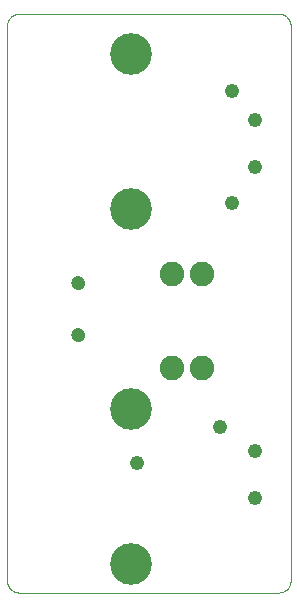
<source format=gbs>
G75*
%MOIN*%
%OFA0B0*%
%FSLAX25Y25*%
%IPPOS*%
%LPD*%
%AMOC8*
5,1,8,0,0,1.08239X$1,22.5*
%
%ADD10C,0.00000*%
%ADD11C,0.13900*%
%ADD12C,0.04737*%
%ADD13C,0.08200*%
%ADD14C,0.04762*%
D10*
X0001500Y0005437D02*
X0001500Y0190476D01*
X0001502Y0190600D01*
X0001508Y0190723D01*
X0001517Y0190847D01*
X0001531Y0190969D01*
X0001548Y0191092D01*
X0001570Y0191214D01*
X0001595Y0191335D01*
X0001624Y0191455D01*
X0001656Y0191574D01*
X0001693Y0191693D01*
X0001733Y0191810D01*
X0001776Y0191925D01*
X0001824Y0192040D01*
X0001875Y0192152D01*
X0001929Y0192263D01*
X0001987Y0192373D01*
X0002048Y0192480D01*
X0002113Y0192586D01*
X0002181Y0192689D01*
X0002252Y0192790D01*
X0002326Y0192889D01*
X0002403Y0192986D01*
X0002484Y0193080D01*
X0002567Y0193171D01*
X0002653Y0193260D01*
X0002742Y0193346D01*
X0002833Y0193429D01*
X0002927Y0193510D01*
X0003024Y0193587D01*
X0003123Y0193661D01*
X0003224Y0193732D01*
X0003327Y0193800D01*
X0003433Y0193865D01*
X0003540Y0193926D01*
X0003650Y0193984D01*
X0003761Y0194038D01*
X0003873Y0194089D01*
X0003988Y0194137D01*
X0004103Y0194180D01*
X0004220Y0194220D01*
X0004339Y0194257D01*
X0004458Y0194289D01*
X0004578Y0194318D01*
X0004699Y0194343D01*
X0004821Y0194365D01*
X0004944Y0194382D01*
X0005066Y0194396D01*
X0005190Y0194405D01*
X0005313Y0194411D01*
X0005437Y0194413D01*
X0092051Y0194413D01*
X0092175Y0194411D01*
X0092298Y0194405D01*
X0092422Y0194396D01*
X0092544Y0194382D01*
X0092667Y0194365D01*
X0092789Y0194343D01*
X0092910Y0194318D01*
X0093030Y0194289D01*
X0093149Y0194257D01*
X0093268Y0194220D01*
X0093385Y0194180D01*
X0093500Y0194137D01*
X0093615Y0194089D01*
X0093727Y0194038D01*
X0093838Y0193984D01*
X0093948Y0193926D01*
X0094055Y0193865D01*
X0094161Y0193800D01*
X0094264Y0193732D01*
X0094365Y0193661D01*
X0094464Y0193587D01*
X0094561Y0193510D01*
X0094655Y0193429D01*
X0094746Y0193346D01*
X0094835Y0193260D01*
X0094921Y0193171D01*
X0095004Y0193080D01*
X0095085Y0192986D01*
X0095162Y0192889D01*
X0095236Y0192790D01*
X0095307Y0192689D01*
X0095375Y0192586D01*
X0095440Y0192480D01*
X0095501Y0192373D01*
X0095559Y0192263D01*
X0095613Y0192152D01*
X0095664Y0192040D01*
X0095712Y0191925D01*
X0095755Y0191810D01*
X0095795Y0191693D01*
X0095832Y0191574D01*
X0095864Y0191455D01*
X0095893Y0191335D01*
X0095918Y0191214D01*
X0095940Y0191092D01*
X0095957Y0190969D01*
X0095971Y0190847D01*
X0095980Y0190723D01*
X0095986Y0190600D01*
X0095988Y0190476D01*
X0095988Y0005437D01*
X0095986Y0005313D01*
X0095980Y0005190D01*
X0095971Y0005066D01*
X0095957Y0004944D01*
X0095940Y0004821D01*
X0095918Y0004699D01*
X0095893Y0004578D01*
X0095864Y0004458D01*
X0095832Y0004339D01*
X0095795Y0004220D01*
X0095755Y0004103D01*
X0095712Y0003988D01*
X0095664Y0003873D01*
X0095613Y0003761D01*
X0095559Y0003650D01*
X0095501Y0003540D01*
X0095440Y0003433D01*
X0095375Y0003327D01*
X0095307Y0003224D01*
X0095236Y0003123D01*
X0095162Y0003024D01*
X0095085Y0002927D01*
X0095004Y0002833D01*
X0094921Y0002742D01*
X0094835Y0002653D01*
X0094746Y0002567D01*
X0094655Y0002484D01*
X0094561Y0002403D01*
X0094464Y0002326D01*
X0094365Y0002252D01*
X0094264Y0002181D01*
X0094161Y0002113D01*
X0094055Y0002048D01*
X0093948Y0001987D01*
X0093838Y0001929D01*
X0093727Y0001875D01*
X0093615Y0001824D01*
X0093500Y0001776D01*
X0093385Y0001733D01*
X0093268Y0001693D01*
X0093149Y0001656D01*
X0093030Y0001624D01*
X0092910Y0001595D01*
X0092789Y0001570D01*
X0092667Y0001548D01*
X0092544Y0001531D01*
X0092422Y0001517D01*
X0092298Y0001508D01*
X0092175Y0001502D01*
X0092051Y0001500D01*
X0005437Y0001500D01*
X0005313Y0001502D01*
X0005190Y0001508D01*
X0005066Y0001517D01*
X0004944Y0001531D01*
X0004821Y0001548D01*
X0004699Y0001570D01*
X0004578Y0001595D01*
X0004458Y0001624D01*
X0004339Y0001656D01*
X0004220Y0001693D01*
X0004103Y0001733D01*
X0003988Y0001776D01*
X0003873Y0001824D01*
X0003761Y0001875D01*
X0003650Y0001929D01*
X0003540Y0001987D01*
X0003433Y0002048D01*
X0003327Y0002113D01*
X0003224Y0002181D01*
X0003123Y0002252D01*
X0003024Y0002326D01*
X0002927Y0002403D01*
X0002833Y0002484D01*
X0002742Y0002567D01*
X0002653Y0002653D01*
X0002567Y0002742D01*
X0002484Y0002833D01*
X0002403Y0002927D01*
X0002326Y0003024D01*
X0002252Y0003123D01*
X0002181Y0003224D01*
X0002113Y0003327D01*
X0002048Y0003433D01*
X0001987Y0003540D01*
X0001929Y0003650D01*
X0001875Y0003761D01*
X0001824Y0003873D01*
X0001776Y0003988D01*
X0001733Y0004103D01*
X0001693Y0004220D01*
X0001656Y0004339D01*
X0001624Y0004458D01*
X0001595Y0004578D01*
X0001570Y0004699D01*
X0001548Y0004821D01*
X0001531Y0004944D01*
X0001517Y0005066D01*
X0001508Y0005190D01*
X0001502Y0005313D01*
X0001500Y0005437D01*
X0023153Y0087327D02*
X0023155Y0087415D01*
X0023161Y0087503D01*
X0023171Y0087591D01*
X0023185Y0087679D01*
X0023202Y0087765D01*
X0023224Y0087851D01*
X0023249Y0087935D01*
X0023279Y0088019D01*
X0023311Y0088101D01*
X0023348Y0088181D01*
X0023388Y0088260D01*
X0023432Y0088337D01*
X0023479Y0088412D01*
X0023529Y0088484D01*
X0023583Y0088555D01*
X0023639Y0088622D01*
X0023699Y0088688D01*
X0023761Y0088750D01*
X0023827Y0088810D01*
X0023894Y0088866D01*
X0023965Y0088920D01*
X0024037Y0088970D01*
X0024112Y0089017D01*
X0024189Y0089061D01*
X0024268Y0089101D01*
X0024348Y0089138D01*
X0024430Y0089170D01*
X0024514Y0089200D01*
X0024598Y0089225D01*
X0024684Y0089247D01*
X0024770Y0089264D01*
X0024858Y0089278D01*
X0024946Y0089288D01*
X0025034Y0089294D01*
X0025122Y0089296D01*
X0025210Y0089294D01*
X0025298Y0089288D01*
X0025386Y0089278D01*
X0025474Y0089264D01*
X0025560Y0089247D01*
X0025646Y0089225D01*
X0025730Y0089200D01*
X0025814Y0089170D01*
X0025896Y0089138D01*
X0025976Y0089101D01*
X0026055Y0089061D01*
X0026132Y0089017D01*
X0026207Y0088970D01*
X0026279Y0088920D01*
X0026350Y0088866D01*
X0026417Y0088810D01*
X0026483Y0088750D01*
X0026545Y0088688D01*
X0026605Y0088622D01*
X0026661Y0088555D01*
X0026715Y0088484D01*
X0026765Y0088412D01*
X0026812Y0088337D01*
X0026856Y0088260D01*
X0026896Y0088181D01*
X0026933Y0088101D01*
X0026965Y0088019D01*
X0026995Y0087935D01*
X0027020Y0087851D01*
X0027042Y0087765D01*
X0027059Y0087679D01*
X0027073Y0087591D01*
X0027083Y0087503D01*
X0027089Y0087415D01*
X0027091Y0087327D01*
X0027089Y0087239D01*
X0027083Y0087151D01*
X0027073Y0087063D01*
X0027059Y0086975D01*
X0027042Y0086889D01*
X0027020Y0086803D01*
X0026995Y0086719D01*
X0026965Y0086635D01*
X0026933Y0086553D01*
X0026896Y0086473D01*
X0026856Y0086394D01*
X0026812Y0086317D01*
X0026765Y0086242D01*
X0026715Y0086170D01*
X0026661Y0086099D01*
X0026605Y0086032D01*
X0026545Y0085966D01*
X0026483Y0085904D01*
X0026417Y0085844D01*
X0026350Y0085788D01*
X0026279Y0085734D01*
X0026207Y0085684D01*
X0026132Y0085637D01*
X0026055Y0085593D01*
X0025976Y0085553D01*
X0025896Y0085516D01*
X0025814Y0085484D01*
X0025730Y0085454D01*
X0025646Y0085429D01*
X0025560Y0085407D01*
X0025474Y0085390D01*
X0025386Y0085376D01*
X0025298Y0085366D01*
X0025210Y0085360D01*
X0025122Y0085358D01*
X0025034Y0085360D01*
X0024946Y0085366D01*
X0024858Y0085376D01*
X0024770Y0085390D01*
X0024684Y0085407D01*
X0024598Y0085429D01*
X0024514Y0085454D01*
X0024430Y0085484D01*
X0024348Y0085516D01*
X0024268Y0085553D01*
X0024189Y0085593D01*
X0024112Y0085637D01*
X0024037Y0085684D01*
X0023965Y0085734D01*
X0023894Y0085788D01*
X0023827Y0085844D01*
X0023761Y0085904D01*
X0023699Y0085966D01*
X0023639Y0086032D01*
X0023583Y0086099D01*
X0023529Y0086170D01*
X0023479Y0086242D01*
X0023432Y0086317D01*
X0023388Y0086394D01*
X0023348Y0086473D01*
X0023311Y0086553D01*
X0023279Y0086635D01*
X0023249Y0086719D01*
X0023224Y0086803D01*
X0023202Y0086889D01*
X0023185Y0086975D01*
X0023171Y0087063D01*
X0023161Y0087151D01*
X0023155Y0087239D01*
X0023153Y0087327D01*
X0023153Y0104650D02*
X0023155Y0104738D01*
X0023161Y0104826D01*
X0023171Y0104914D01*
X0023185Y0105002D01*
X0023202Y0105088D01*
X0023224Y0105174D01*
X0023249Y0105258D01*
X0023279Y0105342D01*
X0023311Y0105424D01*
X0023348Y0105504D01*
X0023388Y0105583D01*
X0023432Y0105660D01*
X0023479Y0105735D01*
X0023529Y0105807D01*
X0023583Y0105878D01*
X0023639Y0105945D01*
X0023699Y0106011D01*
X0023761Y0106073D01*
X0023827Y0106133D01*
X0023894Y0106189D01*
X0023965Y0106243D01*
X0024037Y0106293D01*
X0024112Y0106340D01*
X0024189Y0106384D01*
X0024268Y0106424D01*
X0024348Y0106461D01*
X0024430Y0106493D01*
X0024514Y0106523D01*
X0024598Y0106548D01*
X0024684Y0106570D01*
X0024770Y0106587D01*
X0024858Y0106601D01*
X0024946Y0106611D01*
X0025034Y0106617D01*
X0025122Y0106619D01*
X0025210Y0106617D01*
X0025298Y0106611D01*
X0025386Y0106601D01*
X0025474Y0106587D01*
X0025560Y0106570D01*
X0025646Y0106548D01*
X0025730Y0106523D01*
X0025814Y0106493D01*
X0025896Y0106461D01*
X0025976Y0106424D01*
X0026055Y0106384D01*
X0026132Y0106340D01*
X0026207Y0106293D01*
X0026279Y0106243D01*
X0026350Y0106189D01*
X0026417Y0106133D01*
X0026483Y0106073D01*
X0026545Y0106011D01*
X0026605Y0105945D01*
X0026661Y0105878D01*
X0026715Y0105807D01*
X0026765Y0105735D01*
X0026812Y0105660D01*
X0026856Y0105583D01*
X0026896Y0105504D01*
X0026933Y0105424D01*
X0026965Y0105342D01*
X0026995Y0105258D01*
X0027020Y0105174D01*
X0027042Y0105088D01*
X0027059Y0105002D01*
X0027073Y0104914D01*
X0027083Y0104826D01*
X0027089Y0104738D01*
X0027091Y0104650D01*
X0027089Y0104562D01*
X0027083Y0104474D01*
X0027073Y0104386D01*
X0027059Y0104298D01*
X0027042Y0104212D01*
X0027020Y0104126D01*
X0026995Y0104042D01*
X0026965Y0103958D01*
X0026933Y0103876D01*
X0026896Y0103796D01*
X0026856Y0103717D01*
X0026812Y0103640D01*
X0026765Y0103565D01*
X0026715Y0103493D01*
X0026661Y0103422D01*
X0026605Y0103355D01*
X0026545Y0103289D01*
X0026483Y0103227D01*
X0026417Y0103167D01*
X0026350Y0103111D01*
X0026279Y0103057D01*
X0026207Y0103007D01*
X0026132Y0102960D01*
X0026055Y0102916D01*
X0025976Y0102876D01*
X0025896Y0102839D01*
X0025814Y0102807D01*
X0025730Y0102777D01*
X0025646Y0102752D01*
X0025560Y0102730D01*
X0025474Y0102713D01*
X0025386Y0102699D01*
X0025298Y0102689D01*
X0025210Y0102683D01*
X0025122Y0102681D01*
X0025034Y0102683D01*
X0024946Y0102689D01*
X0024858Y0102699D01*
X0024770Y0102713D01*
X0024684Y0102730D01*
X0024598Y0102752D01*
X0024514Y0102777D01*
X0024430Y0102807D01*
X0024348Y0102839D01*
X0024268Y0102876D01*
X0024189Y0102916D01*
X0024112Y0102960D01*
X0024037Y0103007D01*
X0023965Y0103057D01*
X0023894Y0103111D01*
X0023827Y0103167D01*
X0023761Y0103227D01*
X0023699Y0103289D01*
X0023639Y0103355D01*
X0023583Y0103422D01*
X0023529Y0103493D01*
X0023479Y0103565D01*
X0023432Y0103640D01*
X0023388Y0103717D01*
X0023348Y0103796D01*
X0023311Y0103876D01*
X0023279Y0103958D01*
X0023249Y0104042D01*
X0023224Y0104126D01*
X0023202Y0104212D01*
X0023185Y0104298D01*
X0023171Y0104386D01*
X0023161Y0104474D01*
X0023155Y0104562D01*
X0023153Y0104650D01*
D11*
X0042839Y0129193D03*
X0042839Y0180893D03*
X0042839Y0062783D03*
X0042839Y0011083D03*
D12*
X0025122Y0087327D03*
X0025122Y0104650D03*
D13*
X0056618Y0107799D03*
X0066618Y0107799D03*
X0066618Y0076303D03*
X0056618Y0076303D03*
D14*
X0072366Y0056618D03*
X0084177Y0048744D03*
X0084177Y0032996D03*
X0044807Y0044807D03*
X0076303Y0131421D03*
X0084177Y0143232D03*
X0084177Y0158980D03*
X0076303Y0168823D03*
M02*

</source>
